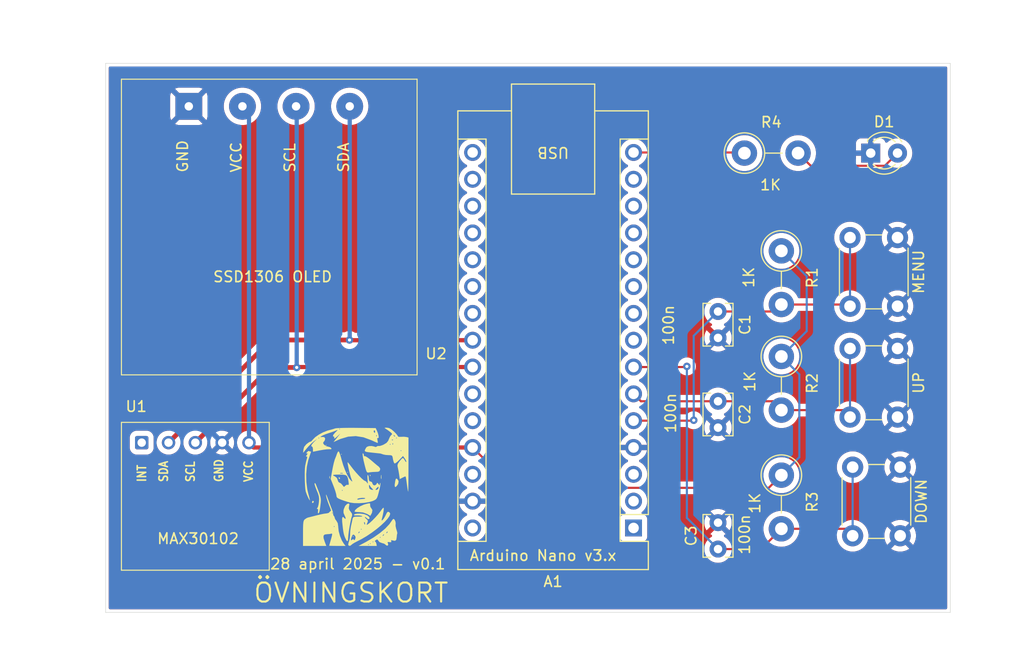
<source format=kicad_pcb>
(kicad_pcb (version 20241229) (generator "pcbnew") (generator_version "9.0")
  (title_block (title "Övningskort") (date "2025-04-28") (rev "v0.1") (comment 1 "https://www.youtube.com/playlist?list=PLUOaI24LpvQPls1Ru_qECJrENwzD7XImd") (comment 2 "Made by shapeDriver following HTM Workshop's KiCad tutorial:"))
  (layers (0 "F.Cu" signal) (2 "B.Cu" signal) (13 "F.Paste" user) (15 "B.Paste" user) (5 "F.SilkS" user "F.Silkscreen") (7 "B.SilkS" user "B.Silkscreen") (1 "F.Mask" user) (3 "B.Mask" user) (25 "Edge.Cuts" user))
  (net 0 "")
  (net 5 "Net-(A1-A4)")
  (net 8 "Net-(A1-A5)")
  (net 9 "Net-(A1-D4)")
  (net 12 "GND")
  (net 13 "+5V")
  (net 22 "Net-(A1-D3)")
  (net 26 "Net-(A1-D12)")
  (net 27 "Net-(A1-D2)")
  (net 30 "Net-(D1-A)")
  (footprint "LED_THT:LED_D3.0mm" (layer "F.Cu") (at 185.46 75.5)
    (property "Reference" "D1" (at 1.27 -2.96 0) (layer "F.SilkS"))
    (property "Value" "ALARM")
    (fp_line (start -0.29 -1.236) (end -0.29 -1.08) (stroke (width 0.12)) (layer "F.SilkS"))
    (fp_line (start -0.29 1.08) (end -0.29 1.236) (stroke (width 0.12)) (layer "F.SilkS"))
    (fp_arc (start -0.29 -1.235516) (mid 1.365624 -1.987701) (end 2.941397 -1.080061) (stroke (width 0.12)) (layer "F.SilkS"))
    (fp_arc (start 0.229039 -1.08) (mid 1.269964 -1.5) (end 2.31091 -1.080049) (stroke (width 0.12)) (layer "F.SilkS"))
    (fp_arc (start 2.31091 1.080049) (mid 1.269964 1.5) (end 0.229039 1.08) (stroke (width 0.12)) (layer "F.SilkS"))
    (fp_arc (start 2.941397 1.080061) (mid 1.365624 1.987701) (end -0.29 1.235516) (stroke (width 0.12)) (layer "F.SilkS"))
    (pad "1" thru_hole rect (at 0 0) (size 1.8 1.8) (drill 0.9) (layers "*.Cu" "*.Mask") (net 12 "GND"))
    (pad "2" thru_hole circle (at 2.54 0) (size 1.8 1.8) (drill 0.9) (layers "*.Cu" "*.Mask") (net 30 "Net-(D1-A)"))
  )
  (footprint "build_a_kicad_footprint:MAX30102_module" (layer "F.Cu") (at 121.5 108)
    (property "Reference" "U1" (at -5.6 -8.5 0) (layer "F.SilkS"))
    (property "Value" "MAX30102")
    (fp_line (start -7 -7) (end 7 -7) (stroke (width 0.1)) (layer "F.SilkS"))
    (fp_line (start -7 7) (end -7 -7) (stroke (width 0.1)) (layer "F.SilkS"))
    (fp_line (start 7 -7) (end 7 7) (stroke (width 0.1)) (layer "F.SilkS"))
    (fp_line (start 7 7) (end -7 7) (stroke (width 0.1)) (layer "F.SilkS"))
    (fp_text user "SDA" (at -2.54 -1.27 90) (layer "F.SilkS") (effects (font (size 0.8 0.7) (thickness 0.15) (bold yes)) (justify left bottom)))
    (fp_text user "INT" (at -4.6 -1.27 90) (layer "F.SilkS") (effects (font (size 0.8 0.7) (thickness 0.15) (bold yes)) (justify left bottom)))
    (fp_text user "VCC" (at 5.5 -1.27 90) (layer "F.SilkS") (effects (font (size 0.8 0.7) (thickness 0.15) (bold yes)) (justify left bottom)))
    (fp_text user "GND" (at 2.7 -1.27 90) (layer "F.SilkS") (effects (font (size 0.8 0.7) (thickness 0.15) (bold yes)) (justify left bottom)))
    (fp_text user "SCL" (at 0 -1.27 90) (layer "F.SilkS") (effects (font (size 0.8 0.7) (thickness 0.15) (bold yes)) (justify left bottom)))
    (pad "1" thru_hole roundrect (at -5.08 -5.08) (size 1.27 1.27) (drill 0.8) (layers "*.Cu" "*.Mask") (roundrect_rratio 0.15))
    (pad "2" thru_hole circle (at -2.54 -5.08) (size 1.27 1.27) (drill 0.8) (layers "*.Cu" "*.Mask") (net 5 "Net-(A1-A4)"))
    (pad "3" thru_hole circle (at 0 -5.08) (size 1.27 1.27) (drill 0.8) (layers "*.Cu" "*.Mask") (net 8 "Net-(A1-A5)"))
    (pad "4" thru_hole circle (at 2.54 -5.08) (size 1.27 1.27) (drill 0.8) (layers "*.Cu" "*.Mask") (net 12 "GND"))
    (pad "5" thru_hole circle (at 5.08 -5.08) (size 1.27 1.27) (drill 0.8) (layers "*.Cu" "*.Mask") (net 13 "+5V"))
  )
  (footprint "Button_Switch_THT:SW_PUSH_6mm" (layer "F.Cu") (at 188 94 -90)
    (property "Reference" "UP" (at 3.25 -2 90) (layer "F.SilkS"))
    (property "Value" "SW_Push")
    (fp_line (start 1 5.5) (end 5.5 5.5) (stroke (width 0.12)) (layer "F.SilkS"))
    (fp_line (start 6.75 3) (end 6.75 1.5) (stroke (width 0.12)) (layer "F.SilkS"))
    (fp_line (start -0.25 1.5) (end -0.25 3) (stroke (width 0.12)) (layer "F.SilkS"))
    (fp_line (start 5.5 -1) (end 1 -1) (stroke (width 0.12)) (layer "F.SilkS"))
    (pad "1" thru_hole circle (at 0 0) (size 2 2) (drill 1.1) (layers "*.Cu" "*.Mask") (net 12 "GND"))
    (pad "1" thru_hole circle (at 6.5 0) (size 2 2) (drill 1.1) (layers "*.Cu" "*.Mask") (net 12 "GND"))
    (pad "2" thru_hole circle (at 0 4.5) (size 2 2) (drill 1.1) (layers "*.Cu" "*.Mask") (net 22 "Net-(A1-D3)"))
    (pad "2" thru_hole circle (at 6.5 4.5) (size 2 2) (drill 1.1) (layers "*.Cu" "*.Mask") (net 22 "Net-(A1-D3)"))
  )
  (footprint "Resistor_THT:R_Axial_DIN0411_L9.9mm_D3.6mm_P5.08mm_Vertical" (layer "F.Cu") (at 177 106 -90)
    (property "Reference" "R3" (at 2.54 -2.92 90) (layer "F.SilkS"))
    (property "Value" "1K")
    (fp_line (start 1.92 0) (end 3.58 0) (stroke (width 0.12)) (layer "F.SilkS"))
    (fp_circle (center 0 0) (end 1.92 0) (stroke (width 0.12)) (fill no) (layer "F.SilkS"))
    (pad "1" thru_hole circle (at 0 0 270) (size 2.4 2.4) (drill 1.2) (layers "*.Cu" "*.Mask") (net 13 "+5V"))
    (pad "2" thru_hole oval (at 5.08 0 270) (size 2.4 2.4) (drill 1.2) (layers "*.Cu" "*.Mask") (net 9 "Net-(A1-D4)"))
  )
  (footprint "Resistor_THT:R_Axial_DIN0411_L9.9mm_D3.6mm_P5.08mm_Vertical" (layer "F.Cu") (at 177 94.76 -90)
    (property "Reference" "R2" (at 2.54 -2.92 90) (layer "F.SilkS"))
    (property "Value" "1K")
    (fp_line (start 1.92 0) (end 3.58 0) (stroke (width 0.12)) (layer "F.SilkS"))
    (fp_circle (center 0 0) (end 1.92 0) (stroke (width 0.12)) (fill no) (layer "F.SilkS"))
    (pad "1" thru_hole circle (at 0 0 270) (size 2.4 2.4) (drill 1.2) (layers "*.Cu" "*.Mask") (net 13 "+5V"))
    (pad "2" thru_hole oval (at 5.08 0 270) (size 2.4 2.4) (drill 1.2) (layers "*.Cu" "*.Mask") (net 22 "Net-(A1-D3)"))
  )
  (footprint "Button_Switch_THT:SW_PUSH_6mm" (layer "F.Cu") (at 188.25 105.24 -90)
    (property "Reference" "DOWN" (at 3.25 -2 90) (layer "F.SilkS"))
    (property "Value" "SW_Push")
    (fp_line (start 1 5.5) (end 5.5 5.5) (stroke (width 0.12)) (layer "F.SilkS"))
    (fp_line (start 6.75 3) (end 6.75 1.5) (stroke (width 0.12)) (layer "F.SilkS"))
    (fp_line (start -0.25 1.5) (end -0.25 3) (stroke (width 0.12)) (layer "F.SilkS"))
    (fp_line (start 5.5 -1) (end 1 -1) (stroke (width 0.12)) (layer "F.SilkS"))
    (pad "1" thru_hole circle (at 0 0) (size 2 2) (drill 1.1) (layers "*.Cu" "*.Mask") (net 12 "GND"))
    (pad "1" thru_hole circle (at 6.5 0) (size 2 2) (drill 1.1) (layers "*.Cu" "*.Mask") (net 12 "GND"))
    (pad "2" thru_hole circle (at 0 4.5) (size 2 2) (drill 1.1) (layers "*.Cu" "*.Mask") (net 9 "Net-(A1-D4)"))
    (pad "2" thru_hole circle (at 6.5 4.5) (size 2 2) (drill 1.1) (layers "*.Cu" "*.Mask") (net 9 "Net-(A1-D4)"))
  )
  (footprint "Capacitor_THT:C_Disc_D3.8mm_W2.6mm_P2.50mm" (layer "F.Cu") (at 171 99 -90)
    (property "Reference" "C2" (at 1.25 -2.55 90) (layer "F.SilkS"))
    (property "Value" "100n")
    (fp_line (start -0.77 1.42) (end 3.27 1.42) (stroke (width 0.12)) (layer "F.SilkS"))
    (fp_line (start -0.77 0.699) (end -0.77 1.42) (stroke (width 0.12)) (layer "F.SilkS"))
    (fp_line (start 3.27 0.699) (end 3.27 1.42) (stroke (width 0.12)) (layer "F.SilkS"))
    (fp_line (start -0.77 -1.42) (end -0.77 -0.699) (stroke (width 0.12)) (layer "F.SilkS"))
    (fp_line (start -0.77 -1.42) (end 3.27 -1.42) (stroke (width 0.12)) (layer "F.SilkS"))
    (fp_line (start 3.27 -1.42) (end 3.27 -0.699) (stroke (width 0.12)) (layer "F.SilkS"))
    (pad "1" thru_hole circle (at 0 0 270) (size 1.6 1.6) (drill 0.8) (layers "*.Cu" "*.Mask") (net 22 "Net-(A1-D3)"))
    (pad "2" thru_hole circle (at 2.5 0 270) (size 1.6 1.6) (drill 0.8) (layers "*.Cu" "*.Mask") (net 12 "GND"))
  )
  (footprint "Button_Switch_THT:SW_PUSH_6mm" (layer "F.Cu") (at 188 83.5 -90)
    (property "Reference" "MENU" (at 3.25 -2 90) (layer "F.SilkS"))
    (property "Value" "SW_Push")
    (fp_line (start 1 5.5) (end 5.5 5.5) (stroke (width 0.12)) (layer "F.SilkS"))
    (fp_line (start 6.75 3) (end 6.75 1.5) (stroke (width 0.12)) (layer "F.SilkS"))
    (fp_line (start -0.25 1.5) (end -0.25 3) (stroke (width 0.12)) (layer "F.SilkS"))
    (fp_line (start 5.5 -1) (end 1 -1) (stroke (width 0.12)) (layer "F.SilkS"))
    (pad "1" thru_hole circle (at 0 0) (size 2 2) (drill 1.1) (layers "*.Cu" "*.Mask") (net 12 "GND"))
    (pad "1" thru_hole circle (at 6.5 0) (size 2 2) (drill 1.1) (layers "*.Cu" "*.Mask") (net 12 "GND"))
    (pad "2" thru_hole circle (at 0 4.5) (size 2 2) (drill 1.1) (layers "*.Cu" "*.Mask") (net 27 "Net-(A1-D2)"))
    (pad "2" thru_hole circle (at 6.5 4.5) (size 2 2) (drill 1.1) (layers "*.Cu" "*.Mask") (net 27 "Net-(A1-D2)"))
  )
  (footprint "Resistor_THT:R_Axial_DIN0411_L9.9mm_D3.6mm_P5.08mm_Vertical" (layer "F.Cu") (at 177 84.76 -90)
    (property "Reference" "R1" (at 2.54 -2.92 90) (layer "F.SilkS"))
    (property "Value" "1K")
    (fp_line (start 1.92 0) (end 3.58 0) (stroke (width 0.12)) (layer "F.SilkS"))
    (fp_circle (center 0 0) (end 1.92 0) (stroke (width 0.12)) (fill no) (layer "F.SilkS"))
    (pad "1" thru_hole circle (at 0 0 270) (size 2.4 2.4) (drill 1.2) (layers "*.Cu" "*.Mask") (net 13 "+5V"))
    (pad "2" thru_hole oval (at 5.08 0 270) (size 2.4 2.4) (drill 1.2) (layers "*.Cu" "*.Mask") (net 27 "Net-(A1-D2)"))
  )
  (footprint "Module:Arduino_Nano" (layer "F.Cu") (at 163 111 180)
    (property "Reference" "A1" (at 7.62 -5.08 0) (layer "F.SilkS"))
    (property "Value" "Arduino_Nano_v3.x")
    (fp_line (start 16.64 39.5) (end 16.64 -3.94) (stroke (width 0.12)) (layer "F.SilkS"))
    (fp_line (start 16.64 39.5) (end 11.56 39.5) (stroke (width 0.12)) (layer "F.SilkS"))
    (fp_line (start 16.64 -3.94) (end -1.4 -3.94) (stroke (width 0.12)) (layer "F.SilkS"))
    (fp_line (start 13.97 36.83) (end 16.64 36.83) (stroke (width 0.12)) (layer "F.SilkS"))
    (fp_line (start 13.97 -1.27) (end 16.64 -1.27) (stroke (width 0.12)) (layer "F.SilkS"))
    (fp_line (start 13.97 -1.27) (end 13.97 36.83) (stroke (width 0.12)) (layer "F.SilkS"))
    (fp_line (start 11.56 42.04) (end 3.68 42.04) (stroke (width 0.12)) (layer "F.SilkS"))
    (fp_line (start 11.56 31.62) (end 11.56 42.04) (stroke (width 0.12)) (layer "F.SilkS"))
    (fp_line (start 3.68 42.04) (end 3.68 31.62) (stroke (width 0.12)) (layer "F.SilkS"))
    (fp_line (start 3.68 31.62) (end 11.56 31.62) (stroke (width 0.12)) (layer "F.SilkS"))
    (fp_line (start 1.27 36.83) (end -1.4 36.83) (stroke (width 0.12)) (layer "F.SilkS"))
    (fp_line (start 1.27 1.27) (end 1.27 36.83) (stroke (width 0.12)) (layer "F.SilkS"))
    (fp_line (start 1.27 1.27) (end 1.27 -1.27) (stroke (width 0.12)) (layer "F.SilkS"))
    (fp_line (start 1.27 1.27) (end -1.4 1.27) (stroke (width 0.12)) (layer "F.SilkS"))
    (fp_line (start 1.27 -1.27) (end -1.4 -1.27) (stroke (width 0.12)) (layer "F.SilkS"))
    (fp_line (start -1.4 39.5) (end 3.68 39.5) (stroke (width 0.12)) (layer "F.SilkS"))
    (fp_line (start -1.4 1.27) (end -1.4 39.5) (stroke (width 0.12)) (layer "F.SilkS"))
    (fp_line (start -1.4 -3.94) (end -1.4 -1.27) (stroke (width 0.12)) (layer "F.SilkS"))
    (fp_text user "USB" (at 7.62 35.56 180) (layer "F.SilkS"))
    (pad "1" thru_hole rect (at 0 0 180) (size 1.6 1.6) (drill 1) (layers "*.Cu" "*.Mask"))
    (pad "2" thru_hole oval (at 0 2.54 180) (size 1.6 1.6) (drill 1) (layers "*.Cu" "*.Mask"))
    (pad "3" thru_hole oval (at 0 5.08 180) (size 1.6 1.6) (drill 1) (layers "*.Cu" "*.Mask"))
    (pad "4" thru_hole oval (at 0 7.62 180) (size 1.6 1.6) (drill 1) (layers "*.Cu" "*.Mask") (net 12 "GND"))
    (pad "5" thru_hole oval (at 0 10.16 180) (size 1.6 1.6) (drill 1) (layers "*.Cu" "*.Mask") (net 27 "Net-(A1-D2)"))
    (pad "6" thru_hole oval (at 0 12.7 180) (size 1.6 1.6) (drill 1) (layers "*.Cu" "*.Mask") (net 22 "Net-(A1-D3)"))
    (pad "7" thru_hole oval (at 0 15.24 180) (size 1.6 1.6) (drill 1) (layers "*.Cu" "*.Mask") (net 9 "Net-(A1-D4)"))
    (pad "8" thru_hole oval (at 0 17.78 180) (size 1.6 1.6) (drill 1) (layers "*.Cu" "*.Mask"))
    (pad "9" thru_hole oval (at 0 20.32 180) (size 1.6 1.6) (drill 1) (layers "*.Cu" "*.Mask"))
    (pad "10" thru_hole oval (at 0 22.86 180) (size 1.6 1.6) (drill 1) (layers "*.Cu" "*.Mask"))
    (pad "11" thru_hole oval (at 0 25.4 180) (size 1.6 1.6) (drill 1) (layers "*.Cu" "*.Mask"))
    (pad "12" thru_hole oval (at 0 27.94 180) (size 1.6 1.6) (drill 1) (layers "*.Cu" "*.Mask"))
    (pad "13" thru_hole oval (at 0 30.48 180) (size 1.6 1.6) (drill 1) (layers "*.Cu" "*.Mask"))
    (pad "14" thru_hole oval (at 0 33.02 180) (size 1.6 1.6) (drill 1) (layers "*.Cu" "*.Mask"))
    (pad "15" thru_hole oval (at 0 35.56 180) (size 1.6 1.6) (drill 1) (layers "*.Cu" "*.Mask") (net 26 "Net-(A1-D12)"))
    (pad "16" thru_hole oval (at 15.24 35.56 180) (size 1.6 1.6) (drill 1) (layers "*.Cu" "*.Mask"))
    (pad "17" thru_hole oval (at 15.24 33.02 180) (size 1.6 1.6) (drill 1) (layers "*.Cu" "*.Mask"))
    (pad "18" thru_hole oval (at 15.24 30.48 180) (size 1.6 1.6) (drill 1) (layers "*.Cu" "*.Mask"))
    (pad "19" thru_hole oval (at 15.24 27.94 180) (size 1.6 1.6) (drill 1) (layers "*.Cu" "*.Mask"))
    (pad "20" thru_hole oval (at 15.24 25.4 180) (size 1.6 1.6) (drill 1) (layers "*.Cu" "*.Mask"))
    (pad "21" thru_hole oval (at 15.24 22.86 180) (size 1.6 1.6) (drill 1) (layers "*.Cu" "*.Mask"))
    (pad "22" thru_hole oval (at 15.24 20.32 180) (size 1.6 1.6) (drill 1) (layers "*.Cu" "*.Mask"))
    (pad "23" thru_hole oval (at 15.24 17.78 180) (size 1.6 1.6) (drill 1) (layers "*.Cu" "*.Mask") (net 5 "Net-(A1-A4)"))
    (pad "24" thru_hole oval (at 15.24 15.24 180) (size 1.6 1.6) (drill 1) (layers "*.Cu" "*.Mask") (net 8 "Net-(A1-A5)"))
    (pad "25" thru_hole oval (at 15.24 12.7 180) (size 1.6 1.6) (drill 1) (layers "*.Cu" "*.Mask"))
    (pad "26" thru_hole oval (at 15.24 10.16 180) (size 1.6 1.6) (drill 1) (layers "*.Cu" "*.Mask"))
    (pad "27" thru_hole oval (at 15.24 7.62 180) (size 1.6 1.6) (drill 1) (layers "*.Cu" "*.Mask") (net 13 "+5V"))
    (pad "28" thru_hole oval (at 15.24 5.08 180) (size 1.6 1.6) (drill 1) (layers "*.Cu" "*.Mask"))
    (pad "29" thru_hole oval (at 15.24 2.54 180) (size 1.6 1.6) (drill 1) (layers "*.Cu" "*.Mask") (net 12 "GND"))
    (pad "30" thru_hole oval (at 15.24 0 180) (size 1.6 1.6) (drill 1) (layers "*.Cu" "*.Mask"))
  )
  (footprint "Capacitor_THT:C_Disc_D3.8mm_W2.6mm_P2.50mm" (layer "F.Cu") (at 171 90.5 -90)
    (property "Reference" "C1" (at 1.25 -2.55 90) (layer "F.SilkS"))
    (property "Value" "100n")
    (fp_line (start -0.77 1.42) (end 3.27 1.42) (stroke (width 0.12)) (layer "F.SilkS"))
    (fp_line (start -0.77 0.699) (end -0.77 1.42) (stroke (width 0.12)) (layer "F.SilkS"))
    (fp_line (start 3.27 0.699) (end 3.27 1.42) (stroke (width 0.12)) (layer "F.SilkS"))
    (fp_line (start -0.77 -1.42) (end -0.77 -0.699) (stroke (width 0.12)) (layer "F.SilkS"))
    (fp_line (start -0.77 -1.42) (end 3.27 -1.42) (stroke (width 0.12)) (layer "F.SilkS"))
    (fp_line (start 3.27 -1.42) (end 3.27 -0.699) (stroke (width 0.12)) (layer "F.SilkS"))
    (pad "1" thru_hole circle (at 0 0 270) (size 1.6 1.6) (drill 0.8) (layers "*.Cu" "*.Mask") (net 27 "Net-(A1-D2)"))
    (pad "2" thru_hole circle (at 2.5 0 270) (size 1.6 1.6) (drill 0.8) (layers "*.Cu" "*.Mask") (net 12 "GND"))
  )
  (footprint "LOGO" (layer "F.Cu") (at 136.7 107.1)
    (property "Reference" "G***" (hide yes))
    (property "Value" "LOGO" (hide yes))
    (fp_poly (pts (xy -2.779461 -3.934008) (xy -2.822222 -3.891247) (xy -2.864983 -3.934008) (xy -2.822222 -3.976769)) (fill yes) (layer "F.SilkS"))
    (fp_poly (pts (xy -1.325589 -3.078789) (xy -1.36835 -3.036028) (xy -1.411111 -3.078789) (xy -1.36835 -3.12155)) (fill yes) (layer "F.SilkS"))
    (fp_poly (pts (xy -0.726936 -1.368351) (xy -0.769697 -1.32559) (xy -0.812458 -1.368351) (xy -0.769697 -1.411112)) (fill yes) (layer "F.SilkS"))
    (fp_poly (pts (xy -0.213805 4.703703) (xy -0.256566 4.746464) (xy -0.299327 4.703703) (xy -0.256566 4.660942)) (fill yes) (layer "F.SilkS"))
    (fp_poly (pts (xy -2.466256 -1.004883) (xy -2.454961 -0.82979) (xy -2.466256 -0.791078) (xy -2.497471 -0.780335) (xy -2.509392 -0.897981) (xy -2.495953 -1.01939)) (fill yes) (layer "F.SilkS"))
    (fp_poly (pts (xy 1.382604 -1.126039) (xy 1.392839 -1.024545) (xy 1.382604 -1.01201) (xy 1.331761 -1.02375) (xy 1.325589 -1.069025) (xy 1.35688 -1.139419)) (fill yes) (layer "F.SilkS"))
    (fp_poly (pts (xy -3.979216 1.38697) (xy -3.976768 1.406063) (xy -4.038934 1.521888) (xy -4.06229 1.539393) (xy -4.135505 1.520005) (xy -4.147812 1.458918) (xy -4.103161 1.341906) (xy -4.06229 1.325588)) (fill yes) (layer "F.SilkS"))
    (fp_poly (pts (xy -1.500114 -0.835899) (xy -1.496633 -0.812459) (xy -1.525812 -0.729161) (xy -1.534347 -0.726937) (xy -1.607363 -0.786865) (xy -1.624916 -0.812459) (xy -1.618135 -0.891266) (xy -1.587202 -0.897981)) (fill yes) (layer "F.SilkS"))
    (fp_poly (pts (xy 2.412338 -1.089408) (xy 2.426107 -0.866569) (xy 2.410612 -0.74732) (xy 2.387495 -0.727329) (xy 2.374524 -0.850143) (xy 2.373419 -0.940742) (xy 2.381839 -1.106362) (xy 2.401155 -1.131489)) (fill yes) (layer "F.SilkS"))
    (fp_poly (pts (xy 3.925533 -0.733864) (xy 3.935019 -0.726097) (xy 4.051829 -0.533146) (xy 4.010467 -0.287752) (xy 3.929157 -0.147313) (xy 3.786519 0.013371) (xy 3.700763 0.013865) (xy 3.677162 -0.142949) (xy 3.690109 -0.277947) (xy 3.737503 -0.580226) (xy 3.78277 -0.739097) (xy 3.840563 -0.781373)) (fill yes) (layer "F.SilkS"))
    (fp_poly (pts (xy 1.334794 1.571161) (xy 1.357948 1.635342) (xy 1.346634 1.709846) (xy 1.375487 1.905877) (xy 1.446995 2.004056) (xy 1.568241 2.201304) (xy 1.529633 2.458407) (xy 1.472222 2.57297) (xy 1.36835 2.751329) (xy 1.074504 2.577192) (xy 0.67665 2.432603) (xy 0.326271 2.398834) (xy 0.073605 2.388362) (xy -0.091408 2.365938) (xy -0.128199 2.346816) (xy -0.053249 2.191662) (xy 0.145254 2.013368) (xy 0.427079 1.838096) (xy 0.751995 1.69201) (xy 0.990043 1.619586) (xy 1.225416 1.569265)) (fill yes) (layer "F.SilkS"))
    (fp_poly (pts (xy -3.79467 -0.251368) (xy -3.599558 0.240186) (xy -3.461786 0.606151) (xy -3.373086 0.878897) (xy -3.325191 1.090794) (xy -3.309832 1.274215) (xy -3.318743 1.461529) (xy -3.329897 1.568364) (xy -3.385885 2.010308) (xy -3.437942 2.302552) (xy -3.491102 2.466204) (xy -3.5504 2.522372) (xy -3.557583 2.522895) (xy -3.599344 2.452936) (xy -3.584277 2.30909) (xy -3.573111 2.139734) (xy -3.64679 2.093976) (xy -3.71583 2.074891) (xy -3.656484 2.025049) (xy -3.591359 1.908964) (xy -3.531931 1.677629) (xy -3.498918 1.449085) (xy -3.480933 1.153436) (xy -3.504886 0.907549) (xy -3.583917 0.640928) (xy -3.705007 0.3435) (xy -3.822005 0.047301) (xy -3.896579 -0.190649) (xy -3.91516 -0.325765) (xy -3.911666 -0.335477) (xy -3.846961 -0.336584)) (fill yes) (layer "F.SilkS"))
    (fp_poly (pts (xy 0.710196 -3.14416) (xy 0.722602 -3.125633) (xy 0.76981 -2.984033) (xy 0.759612 -2.934188) (xy 0.781606 -2.897421) (xy 0.829396 -2.909514) (xy 0.941118 -2.876398) (xy 1.140707 -2.750941) (xy 1.391001 -2.557523) (xy 1.474704 -2.486158) (xy 1.746041 -2.25282) (xy 1.986557 -2.052032) (xy 2.152768 -1.919949) (xy 2.176438 -1.902721) (xy 2.301052 -1.736795) (xy 2.295295 -1.598161) (xy 2.233602 -1.476909) (xy 2.099046 -1.422415) (xy 1.882197 -1.411112) (xy 1.584603 -1.399119) (xy 1.314384 -1.369512) (xy 1.272011 -1.361912) (xy 1.154751 -1.344129) (xy 1.072931 -1.366979) (xy 1.008061 -1.460075) (xy 0.941652 -1.653029) (xy 0.855216 -1.975452) (xy 0.831478 -2.067467) (xy 0.730592 -2.490902) (xy 0.666026 -2.829665) (xy 0.639776 -3.064381) (xy 0.653835 -3.175671)) (fill yes) (layer "F.SilkS"))
    (fp_poly (pts (xy -0.610015 1.631956) (xy -0.630811 1.800122) (xy -0.641528 1.839117) (xy -0.670503 2.044049) (xy -0.600699 2.221277) (xy -0.506368 2.344293) (xy -0.371083 2.538438) (xy -0.3484 2.699225) (xy -0.380398 2.810514) (xy -0.445715 3.038302) (xy -0.52018 3.382186) (xy -0.594643 3.788202) (xy -0.659959 4.202383) (xy -0.706979 4.570764) (xy -0.726556 4.839378) (xy -0.726663 4.853366) (xy -0.748181 5.088464) (xy -0.808643 5.159092) (xy -0.902727 5.065998) (xy -1.024442 4.811597) (xy -1.090924 4.633527) (xy -1.141833 4.456495) (xy -1.184124 4.242039) (xy -1.224751 3.951701) (xy -1.270671 3.547021) (xy -1.295269 3.313972) (xy -1.304018 3.03432) (xy -1.266026 2.877343) (xy -1.189854 2.860001) (xy -1.111785 2.950504) (xy -1.002319 3.032766) (xy -0.978289 3.036026) (xy -0.963531 2.970589) (xy -1.023122 2.806529) (xy -1.060642 2.731913) (xy -1.165516 2.481301) (xy -1.17069 2.252946) (xy -1.139541 2.11188) (xy -1.009822 1.809482) (xy -0.8256 1.624858) (xy -0.673799 1.582154)) (fill yes) (layer "F.SilkS"))
    (fp_poly (pts (xy -4.422158 -3.388026) (xy -4.420641 -3.384144) (xy -4.337115 -3.333637) (xy -4.297017 -3.348851) (xy -4.240632 -3.344117) (xy -4.259944 -3.261081) (xy -4.311938 -3.111289) (xy -4.397207 -2.851388) (xy -4.498315 -2.534623) (xy -4.50961 -2.498735) (xy -4.641655 -1.894556) (xy -4.700304 -1.196132) (xy -4.685611 -0.463687) (xy -4.597631 0.242555) (xy -4.5068 0.639067) (xy -4.425051 0.943045) (xy -4.3687 1.174368) (xy -4.347608 1.291891) (xy -4.348767 1.298485) (xy -4.396004 1.244889) (xy -4.486689 1.086619) (xy -4.508572 1.044266) (xy -4.633951 0.761842) (xy -4.741965 0.463449) (xy -4.743345 0.458969) (xy -4.780567 0.247676) (xy -4.809597 -0.087698) (xy -4.829475 -0.500341) (xy -4.839244 -0.943442) (xy -4.837945 -1.370192) (xy -4.824619 -1.733779) (xy -4.798308 -1.987392) (xy -4.7939 -2.009765) (xy -4.742539 -2.249717) (xy -4.711775 -2.394614) (xy -4.650471 -2.618753) (xy -4.616395 -2.715321) (xy -4.609641 -2.84189) (xy -4.668897 -2.864984) (xy -4.735997 -2.889763) (xy -4.678047 -2.96761) (xy -4.588278 -3.095279) (xy -4.591892 -3.172571) (xy -4.682323 -3.154657) (xy -4.709829 -3.163451) (xy -4.634416 -3.268241) (xy -4.620369 -3.284455) (xy -4.49497 -3.391573)) (fill yes) (layer "F.SilkS"))
    (fp_poly (pts (xy -2.793329 0.766486) (xy -2.713906 0.95271) (xy -2.622745 1.197305) (xy -2.489992 1.557155) (xy -2.361771 1.893376) (xy -2.26184 2.143901) (xy -2.246246 2.180807) (xy -2.171017 2.400429) (xy -2.149648 2.560472) (xy -2.153671 2.579199) (xy -2.128424 2.708848) (xy -2.099801 2.733909) (xy -2.017517 2.860239) (xy -2.009765 2.916366) (xy -1.95506 3.067836) (xy -1.838721 3.226772) (xy -1.712615 3.446337) (xy -1.668188 3.76903) (xy -1.667677 3.818641) (xy -1.62096 4.218948) (xy -1.497728 4.667708) (xy -1.323359 5.089093) (xy -1.144849 5.38078) (xy -0.971087 5.601683) (xy -1.746992 5.601683) (xy -2.087462 5.599473) (xy -2.351911 5.593551) (xy -2.502328 5.584977) (xy -2.522896 5.58003) (xy -2.501191 5.493498) (xy -2.44404 5.285924) (xy -2.363383 5.000611) (xy -2.355693 4.973701) (xy -2.273192 4.670365) (xy -2.24156 4.500129) (xy -2.258817 4.433416) (xy -2.319927 4.439461) (xy -2.495573 4.475038) (xy -2.733788 4.489898) (xy -2.734545 4.489898) (xy -2.956038 4.523762) (xy -3.061542 4.638859) (xy -3.057622 4.855451) (xy -2.957211 5.177131) (xy -2.795894 5.601683) (xy -3.899462 5.601683) (xy -5.00303 5.601683) (xy -5.00303 4.417631) (xy -5.000663 3.937057) (xy -4.995801 3.762962) (xy -2.095286 3.762962) (xy -2.052525 3.805723) (xy -2.009765 3.762962) (xy -2.052525 3.720201) (xy -2.095286 3.762962) (xy -4.995801 3.762962) (xy -4.991189 3.597847) (xy -4.971053 3.370356) (xy -4.936699 3.224943) (xy -4.884571 3.131962) (xy -4.8437 3.089387) (xy -4.653605 2.961273) (xy -4.522993 2.910635) (xy -4.36663 2.873382) (xy -4.096901 2.805632) (xy -3.765832 2.720496) (xy -3.685141 2.699485) (xy -3.335144 2.615509) (xy -3.021455 2.553183) (xy -2.802363 2.523818) (xy -2.774931 2.522895) (xy -2.590293 2.480134) (xy -2.26633 2.480134) (xy -2.223569 2.522895) (xy -2.180808 2.480134) (xy -2.223569 2.437373) (xy -2.26633 2.480134) (xy -2.590293 2.480134) (xy -2.579503 2.477635) (xy -2.489889 2.389191) (xy -2.408908 2.29823) (xy -2.360806 2.303556) (xy -2.353168 2.255922) (xy -2.40377 2.086149) (xy -2.501968 1.82866) (xy -2.524374 1.774465) (xy -2.655169 1.431) (xy -2.76155 1.09639) (xy -2.818111 0.855218) (xy -2.827172 0.73555)) (fill yes) (layer "F.SilkS"))
    (fp_poly (pts (xy 3.663759 3.10874) (xy 3.7447 3.276512) (xy 3.777034 3.463789) (xy 3.766463 3.538128) (xy 3.763256 3.711875) (xy 3.814578 3.958858) (xy 3.840726 4.040297) (xy 3.90709 4.261887) (xy 3.928647 4.407222) (xy 3.922015 4.430622) (xy 3.891698 4.536484) (xy 3.87395 4.738141) (xy 3.873335 4.759061) (xy 3.83286 5.012854) (xy 3.7177 5.119211) (xy 3.513055 5.090909) (xy 3.496249 5.084693) (xy 3.358536 5.04839) (xy 3.339693 5.106869) (xy 3.35345 5.147632) (xy 3.360227 5.241831) (xy 3.250026 5.25337) (xy 3.182031 5.242051) (xy 3.028703 5.226425) (xy 3.007899 5.283832) (xy 3.039976 5.352497) (xy 3.066871 5.507888) (xy 2.989654 5.582315) (xy 2.865647 5.537817) (xy 2.826577 5.493818) (xy 2.673756 5.386161) (xy 2.478064 5.331089) (xy 2.243307 5.24134) (xy 2.136768 5.11921) (xy 2.050913 4.993807) (xy 1.946208 5.012097) (xy 1.883255 5.055068) (xy 1.792654 5.143954) (xy 1.812405 5.174073) (xy 1.895454 5.247219) (xy 1.945174 5.387878) (xy 1.986045 5.601683) (xy 1.121305 5.600254) (xy 0.256565 5.598825) (xy 0.49046 5.4734) (xy 1.154545 5.4734) (xy 1.197306 5.516161) (xy 1.240067 5.4734) (xy 1.197306 5.430639) (xy 1.154545 5.4734) (xy 0.49046 5.4734) (xy 0.649944 5.387878) (xy 1.325589 5.387878) (xy 1.36835 5.430639) (xy 1.411111 5.387878) (xy 1.36835 5.345117) (xy 1.325589 5.387878) (xy 0.649944 5.387878) (xy 0.968911 5.216834) (xy 1.582155 5.216834) (xy 1.624916 5.259595) (xy 1.667677 5.216834) (xy 1.624916 5.174073) (xy 1.582155 5.216834) (xy 0.968911 5.216834) (xy 0.983501 5.20901) (xy 1.664564 4.809583) (xy 1.693762 4.789225) (xy 2.26633 4.789225) (xy 2.309091 4.831986) (xy 2.351852 4.789225) (xy 2.309091 4.746464) (xy 2.26633 4.789225) (xy 1.693762 4.789225) (xy 1.885738 4.655374) (xy 2.543864 4.655374) (xy 2.555562 4.660942) (xy 2.633608 4.600736) (xy 2.651178 4.57542) (xy 2.672971 4.495466) (xy 2.661273 4.489898) (xy 2.583227 4.550104) (xy 2.565656 4.57542) (xy 2.543864 4.655374) (xy 1.885738 4.655374) (xy 2.253718 4.398808) (xy 2.885951 4.398808) (xy 2.897649 4.404376) (xy 2.975695 4.34417) (xy 2.993266 4.318854) (xy 3.015059 4.238901) (xy 3.00336 4.233332) (xy 2.925314 4.293538) (xy 2.907744 4.318854) (xy 2.885951 4.398808) (xy 2.253718 4.398808) (xy 2.273547 4.384983) (xy 2.785255 3.955612) (xy 3.174497 3.541874) (xy 3.348155 3.29395) (xy 3.466333 3.121771) (xy 3.556383 3.037671) (xy 3.564588 3.036026)) (fill yes) (layer "F.SilkS"))
    (fp_poly (pts (xy 2.646549 2.115568) (xy 2.614747 2.371358) (xy 2.546399 2.71301) (xy 2.477202 2.993265) (xy 2.441023 3.160525) (xy 2.469413 3.191951) (xy 2.53826 3.14342) (xy 2.653423 3.000868) (xy 2.783998 2.77409) (xy 2.822 2.69443) (xy 2.932829 2.467197) (xy 3.017735 2.371943) (xy 3.114154 2.381773) (xy 3.193755 2.427333) (xy 3.257808 2.554423) (xy 3.192793 2.755402) (xy 3.015643 3.015051) (xy 2.743287 3.318148) (xy 2.392657 3.649473) (xy 1.980683 3.993807) (xy 1.524297 4.335929) (xy 1.04043 4.660619) (xy 0.546012 4.952657) (xy 0.171044 5.144623) (xy -0.10258 5.285007) (xy -0.313351 5.412794) (xy -0.410479 5.49478) (xy -0.532357 5.588686) (xy -0.662929 5.584025) (xy -0.726832 5.484562) (xy -0.726936 5.478967) (xy -0.69716 5.313161) (xy -0.633052 5.115499) (xy -0.615338 5.042571) (xy -0.468767 5.042571) (xy -0.43878 5.073506) (xy -0.36459 5.02084) (xy -0.250994 4.953245) (xy -0.195631 5.014925) (xy -0.19369 5.020613) (xy -0.138044 5.058107) (xy -0.064874 4.958825) (xy -0.021123 4.771956) (xy -0.093625 4.621562) (xy -0.218846 4.519408) (xy -0.326753 4.583232) (xy -0.42027 4.815198) (xy -0.435744 4.874746) (xy -0.468767 5.042571) (xy -0.615338 5.042571) (xy -0.574287 4.873562) (xy -0.545344 4.572762) (xy -0.544695 4.497012) (xy -0.539521 4.398808) (xy 0.234773 4.398808) (xy 0.246471 4.404376) (xy 0.324517 4.34417) (xy 0.342087 4.318854) (xy 0.36388 4.238901) (xy 0.352182 4.233332) (xy 0.274136 4.293538) (xy 0.256565 4.318854) (xy 0.234773 4.398808) (xy -0.539521 4.398808) (xy -0.527036 4.161838) (xy -0.506855 4.019528) (xy 0.47037 4.019528) (xy 0.513131 4.062289) (xy 0.555892 4.019528) (xy 0.513131 3.976767) (xy 0.47037 4.019528) (xy -0.506855 4.019528) (xy -0.476321 3.804205) (xy -0.46017 3.727315) (xy -0.395827 3.43969) (xy -0.373822 3.336117) (xy 0.770828 3.336117) (xy 0.787133 3.461445) (xy 0.789471 3.470491) (xy 0.840189 3.585127) (xy 0.879829 3.560849) (xy 0.860943 3.405934) (xy 0.826864 3.358311) (xy 0.770828 3.336117) (xy -0.373822 3.336117) (xy -0.342291 3.187709) (xy -0.329522 3.123474) (xy -0.289249 2.959695) (xy -0.219107 2.869859) (xy -0.075609 2.832502) (xy 0.184729 2.82616) (xy 0.271367 2.826888) (xy 0.523034 2.823863) (xy 0.618438 2.805665) (xy 0.571974 2.768558) (xy 0.542024 2.756691) (xy 0.311509 2.712532) (xy 0.062682 2.713641) (xy -0.129073 2.713095) (xy -0.188456 2.659853) (xy -0.187273 2.655555) (xy -0.083503 2.583704) (xy 0.13493 2.543949) (xy 0.414165 2.539143) (xy 0.700341 2.572137) (xy 0.823693 2.60204) (xy 1.095351 2.716066) (xy 1.262774 2.853147) (xy 1.300694 2.988137) (xy 1.267027 3.043275) (xy 1.150713 3.065217) (xy 1.072031 2.99689) (xy 0.937333 2.887729) (xy 0.866127 2.866884) (xy 0.856641 2.91111) (xy 0.962185 3.01645) (xy 0.979463 3.029996) (xy 1.119663 3.162258) (xy 1.134934 3.290976) (xy 1.086227 3.417269) (xy 1.025735 3.569316) (xy 1.050852 3.600079) (xy 1.114604 3.56981) (xy 1.305678 3.428114) (xy 1.561379 3.193587) (xy 1.841107 2.908245) (xy 2.104267 2.614107) (xy 2.31026 2.353189) (xy 2.357674 2.28326) (xy 2.497062 2.088828) (xy 2.601454 1.986199) (xy 2.635672 1.984674)) (fill yes) (layer "F.SilkS"))
    (fp_poly (pts (xy -0.144909 -5.580982) (xy 0.041572 -5.579297) (xy 1.879104 -5.558924) (xy 1.987522 -5.332792) (xy 2.088377 -5.081603) (xy 2.150057 -4.849105) (xy 2.166087 -4.676777) (xy 2.129991 -4.606095) (xy 2.099491 -4.615584) (xy 2.032493 -4.624009) (xy 2.032216 -4.506347) (xy 2.050175 -4.415077) (xy 2.079441 -4.23241) (xy 2.071487 -4.14842) (xy 2.068922 -4.147812) (xy 1.977456 -4.181467) (xy 1.773712 -4.270148) (xy 1.49988 -4.395429) (xy 1.470127 -4.409326) (xy 0.717499 -4.687273) (xy -0.010079 -4.799727) (xy -0.729957 -4.746898) (xy -1.459484 -4.529) (xy -1.648448 -4.447367) (xy -2.115852 -4.233382) (xy -1.791272 -4.639587) (xy -1.637533 -4.831988) (xy 1.924242 -4.831988) (xy 1.955533 -4.761593) (xy 1.981257 -4.774973) (xy 1.991492 -4.876467) (xy 1.981257 -4.889002) (xy 1.930414 -4.877263) (xy 1.924242 -4.831988) (xy -1.637533 -4.831988) (xy -1.466692 -5.045792) (xy -1.786234 -4.746466) (xy -1.955643 -4.60333) (xy -2.04564 -4.559982) (xy -2.048621 -4.596802) (xy -2.041062 -4.721436) (xy -2.086137 -4.746466) (xy -2.176262 -4.793902) (xy -2.134045 -4.925911) (xy -1.965895 -5.127045) (xy -1.902862 -5.188264) (xy -1.834309 -5.257215) (xy 1.688469 -5.257215) (xy 1.717531 -5.162597) (xy 1.783114 -5.097842) (xy 1.820526 -5.162252) (xy 1.821166 -5.295763) (xy 1.804868 -5.321957) (xy 1.722619 -5.341884) (xy 1.688469 -5.257215) (xy -1.834309 -5.257215) (xy -1.756249 -5.335728) (xy -1.739937 -5.382267) (xy -1.816339 -5.352014) (xy -1.998238 -5.275687) (xy -2.278326 -5.175323) (xy -2.544492 -5.088872) (xy -2.851668 -4.983333) (xy -3.111717 -4.875279) (xy -3.249423 -4.800101) (xy -3.357811 -4.7136) (xy -3.322186 -4.697788) (xy -3.196153 -4.719447) (xy -2.996096 -4.700309) (xy -2.90334 -4.578257) (xy -2.938578 -4.397874) (xy -3.004459 -4.306488) (xy -3.098507 -4.178643) (xy -3.074487 -4.074016) (xy -2.993266 -3.976769) (xy -2.806948 -3.845966) (xy -2.648396 -3.805725) (xy -2.446054 -3.749383) (xy -2.348877 -3.673857) (xy -2.297377 -3.586594) (xy -2.362577 -3.553843) (xy -2.53083 -3.554776) (xy -2.7627 -3.544172) (xy -3.090319 -3.504078) (xy -3.442256 -3.44327) (xy -4.06229 -3.318978) (xy -4.06229 -3.562351) (xy -4.088294 -3.736709) (xy -4.147812 -3.805725) (xy -4.230716 -3.85445) (xy -4.184391 -3.989352) (xy -4.016097 -4.193526) (xy -3.955387 -4.253824) (xy -3.677441 -4.521238) (xy -3.976768 -4.30399) (xy -4.195424 -4.117112) (xy -4.451992 -3.857983) (xy -4.635291 -3.648943) (xy -4.994488 -3.211144) (xy -4.967198 -3.515264) (xy -4.894598 -3.77938) (xy -4.705276 -4.010348) (xy -4.640609 -4.066093) (xy -4.453558 -4.204152) (xy -4.324051 -4.270092) (xy -4.29665 -4.268144) (xy -4.223573 -4.299217) (xy -4.102026 -4.433565) (xy -4.079885 -4.463596) (xy -3.92695 -4.618183) (xy -3.549158 -4.618183) (xy -3.506398 -4.575422) (xy -3.463637 -4.618183) (xy -3.506398 -4.660944) (xy -3.549158 -4.618183) (xy -3.92695 -4.618183) (xy -3.847598 -4.698392) (xy -3.503504 -4.940112) (xy -3.102325 -5.156634) (xy -2.698782 -5.315839) (xy -2.565657 -5.35242) (xy -2.28139 -5.425896) (xy -2.124907 -5.473402) (xy -1.582155 -5.473402) (xy -1.539394 -5.430641) (xy -1.496633 -5.473402) (xy -1.539394 -5.516163) (xy -1.582155 -5.473402) (xy -2.124907 -5.473402) (xy -2.044126 -5.497926) (xy -1.967004 -5.526585) (xy -1.833195 -5.547347) (xy -1.556229 -5.563899) (xy -1.163958 -5.575509) (xy -0.684235 -5.581447)) (fill yes) (layer "F.SilkS"))
    (fp_poly (pts (xy 3.147697 -5.562895) (xy 3.375148 -5.433443) (xy 3.59383 -5.248705) (xy 3.797082 -5.045968) (xy 3.93594 -4.878033) (xy 3.976767 -4.795507) (xy 4.05384 -4.73056) (xy 4.273346 -4.729915) (xy 4.275862 -4.730207) (xy 4.544985 -4.73983) (xy 4.777041 -4.714394) (xy 4.779931 -4.713679) (xy 4.984905 -4.662234) (xy 4.983882 -2.095932) (xy 4.982748 -1.453134) (xy 4.980034 -0.869246) (xy 4.975969 -0.365172) (xy 4.970786 0.038189) (xy 4.964717 0.319933) (xy 4.957994 0.459159) (xy 4.955424 0.470369) (xy 4.9296 0.394072) (xy 4.894592 0.199863) (xy 4.875457 0.06414) (xy 4.815413 -0.388688) (xy 4.770532 -0.695603) (xy 4.736604 -0.880638) (xy 4.709419 -0.967823) (xy 4.691939 -0.983503) (xy 4.596405 -0.948162) (xy 4.418357 -0.862421) (xy 4.405299 -0.855696) (xy 4.158149 -0.72789) (xy 4.102678 -1.133643) (xy 4.051672 -1.45097) (xy 3.991528 -1.751543) (xy 3.973326 -1.827458) (xy 3.942333 -2.020737) (xy 3.982157 -2.18292) (xy 4.114046 -2.381393) (xy 4.170526 -2.452844) (xy 4.334784 -2.646219) (xy 4.435133 -2.719961) (xy 4.508337 -2.692715) (xy 4.54819 -2.644404) (xy 4.652373 -2.480319) (xy 4.688911 -2.403866) (xy 4.753781 -2.345794) (xy 4.775057 -2.35652) (xy 4.764974 -2.449267) (xy 4.673898 -2.618031) (xy 4.645911 -2.658943) (xy 4.464756 -2.913939) (xy 4.105842 -2.534068) (xy 3.903994 -2.34282) (xy 3.739273 -2.226718) (xy 3.657911 -2.209212) (xy 3.591102 -2.321596) (xy 3.530189 -2.537494) (xy 3.513955 -2.628747) (xy 3.471359 -2.856268) (xy 3.399443 -2.961954) (xy 3.244446 -2.993258) (xy 3.097857 -2.996013) (xy 2.826269 -3.015021) (xy 2.603548 -3.05876) (xy 2.565656 -3.072442) (xy 2.365512 -3.138854) (xy 2.26633 -3.157273) (xy 2.123394 -3.171479) (xy 1.862259 -3.198892) (xy 1.53475 -3.234057) (xy 1.472753 -3.240789) (xy 1.140579 -3.280229) (xy 0.946926 -3.317743) (xy 0.859948 -3.366588) (xy 0.850966 -3.420876) (xy 4.233333 -3.420876) (xy 4.276094 -3.378115) (xy 4.318855 -3.420876) (xy 4.276094 -3.463637) (xy 4.233333 -3.420876) (xy 0.850966 -3.420876) (xy 0.847798 -3.440022) (xy 0.861355 -3.4953) (xy 0.967437 -3.695002) (xy 1.052107 -3.784975) (xy 1.240279 -3.851898) (xy 1.500542 -3.860444) (xy 1.744514 -3.811435) (xy 1.814569 -3.77789) (xy 1.93749 -3.777419) (xy 1.969744 -3.81016) (xy 2.087491 -3.868277) (xy 2.143935 -3.85806) (xy 2.28431 -3.867102) (xy 2.509717 -3.940564) (xy 2.640826 -3.998993) (xy 2.674801 -4.01953) (xy 3.207071 -4.01953) (xy 3.249831 -3.976769) (xy 3.292592 -4.01953) (xy 3.249831 -4.062291) (xy 3.463636 -4.062291) (xy 3.494927 -3.991896) (xy 3.520651 -4.005276) (xy 3.530886 -4.10677) (xy 3.520651 -4.119305) (xy 3.469808 -4.107566) (xy 3.463636 -4.062291) (xy 3.249831 -4.062291) (xy 3.207071 -4.01953) (xy 2.674801 -4.01953) (xy 2.906505 -4.159589) (xy 3.061591 -4.349143) (xy 3.107912 -4.461393) (xy 3.406622 -4.461393) (xy 3.418361 -4.41055) (xy 3.463636 -4.404378) (xy 3.53403 -4.435669) (xy 3.520651 -4.461393) (xy 3.419156 -4.471628) (xy 3.406622 -4.461393) (xy 3.107912 -4.461393) (xy 3.129028 -4.512564) (xy 3.175735 -4.618183) (xy 3.805724 -4.618183) (xy 3.848485 -4.575422) (xy 3.891246 -4.618183) (xy 3.848485 -4.660944) (xy 3.805724 -4.618183) (xy 3.175735 -4.618183) (xy 3.230031 -4.740964) (xy 3.34242 -4.892995) (xy 3.562944 -4.892995) (xy 3.583752 -4.845201) (xy 3.669864 -4.75339) (xy 3.719369 -4.772224) (xy 3.720202 -4.784179) (xy 3.659457 -4.856515) (xy 3.621466 -4.882915) (xy 3.562944 -4.892995) (xy 3.34242 -4.892995) (xy 3.344796 -4.896209) (xy 3.370518 -4.914958) (xy 3.437978 -4.98069) (xy 3.391417 -5.070034) (xy 3.255668 -5.188721) (xy 3.036546 -5.353852) (xy 2.840437 -5.485187) (xy 2.829344 -5.491752) (xy 2.72377 -5.562101) (xy 2.752993 -5.591352) (xy 2.931035 -5.598654)) (fill yes) (layer "F.SilkS"))
    (fp_poly (pts (xy -1.570757 -3.269694) (xy -1.489918 -3.054022) (xy -1.397642 -2.747825) (xy -1.349618 -2.565658) (xy -1.20221 -2.064856) (xy -1.020088 -1.575764) (xy -0.821146 -1.138061) (xy -0.623277 -0.791427) (xy -0.45726 -0.586789) (xy -0.355767 -0.501064) (xy -0.335538 -0.520225) (xy -0.390376 -0.66731) (xy -0.417838 -0.733354) (xy -0.482688 -0.924313) (xy -0.559563 -1.201757) (xy -0.638318 -1.521032) (xy -0.708808 -1.837483) (xy -0.760888 -2.106454) (xy -0.784411 -2.283292) (xy -0.779972 -2.327324) (xy -0.721738 -2.277744) (xy -0.596491 -2.124406) (xy -0.476683 -1.963006) (xy -0.243973 -1.659557) (xy 0.021391 -1.345529) (xy 0.29207 -1.049548) (xy 0.540721 -0.800244) (xy 0.740005 -0.626241) (xy 0.862582 -0.556169) (xy 0.867186 -0.555893) (xy 0.99185 -0.485909) (xy 1.073871 -0.363469) (xy 1.117161 -0.297755) (xy 1.131407 -0.37332) (xy 1.118074 -0.602613) (xy 1.111131 -0.679794) (xy 1.096192 -0.935123) (xy 1.104693 -1.093448) (xy 1.13042 -1.121657) (xy 1.183904 -1.049206) (xy 1.211835 -0.93272) (xy 1.228492 -0.710439) (xy 1.229377 -0.693679) (xy 1.285572 -0.530617) (xy 1.389689 -0.501254) (xy 1.523964 -0.439366) (xy 1.566681 -0.320708) (xy 1.650641 -0.168088) (xy 1.796102 -0.131451) (xy 1.932223 -0.218421) (xy 1.963961 -0.277947) (xy 2.017101 -0.376495) (xy 2.083815 -0.339711) (xy 2.144155 -0.261601) (xy 2.235342 -0.148733) (xy 2.264118 -0.173796) (xy 2.26633 -0.254475) (xy 2.288936 -0.361173) (xy 2.320068 -0.359618) (xy 2.332396 -0.252369) (xy 2.303927 -0.038968) (xy 2.272761 0.103625) (xy 2.164926 0.538066) (xy 2.083027 0.83783) (xy 2.010384 1.033893) (xy 1.930318 1.157228) (xy 1.826149 1.23881) (xy 1.681199 1.309613) (xy 1.605328 1.343063) (xy 1.258654 1.448645) (xy 0.806371 1.520872) (xy 0.31149 1.555072) (xy -0.162976 1.546573) (xy -0.513132 1.500158) (xy -0.789056 1.426953) (xy -1.130574 1.31844) (xy -1.34697 1.241409) (xy -1.514295 1.172306) (xy 0.128283 1.172306) (xy 0.19136 1.220789) (xy 0.26356 1.206455) (xy 0.447951 1.167773) (xy 0.648409 1.154544) (xy 0.825589 1.135282) (xy 0.89798 1.089787) (xy 0.821941 1.057305) (xy 0.629444 1.049428) (xy 0.513131 1.055637) (xy 0.283542 1.091003) (xy 0.145885 1.145227) (xy 0.128283 1.172306) (xy -1.514295 1.172306) (xy -1.625013 1.126581) (xy -1.774807 1.028629) (xy -1.832775 0.918174) (xy -1.838721 0.844746) (xy -1.869509 0.668995) (xy -1.951405 0.387805) (xy -1.967432 0.342087) (xy -1.325589 0.342087) (xy -1.282828 0.384847) (xy -1.240068 0.342087) (xy -1.282828 0.299326) (xy -1.325589 0.342087) (xy -1.967432 0.342087) (xy -2.068708 0.053193) (xy -2.109727 -0.05305) (xy -2.380734 -0.738859) (xy -2.319095 -1.086736) (xy -2.163111 -1.086736) (xy -2.069479 -1.025118) (xy -1.979032 -0.988076) (xy -1.793747 -0.830488) (xy -1.724604 -0.648105) (xy -1.648674 -0.455965) (xy -1.543504 -0.384849) (xy -1.409473 -0.31903) (xy -1.268966 -0.16189) (xy -1.161042 -0.01652) (xy -1.087607 -0.004337) (xy -1.066266 -0.028508) (xy 1.242668 -0.028508) (xy 1.288302 0.177881) (xy 1.449665 0.276078) (xy 1.57712 0.292574) (xy 1.65068 0.279748) (xy 1.625055 0.251678) (xy 1.870086 0.251678) (xy 1.89322 0.295783) (xy 1.944598 0.299326) (xy 2.085562 0.229631) (xy 2.13091 0.158802) (xy 2.162974 0.013031) (xy 2.101991 0.005275) (xy 1.967478 0.127758) (xy 1.870086 0.251678) (xy 1.625055 0.251678) (xy 1.583819 0.206507) (xy 1.566372 0.192423) (xy 1.413236 0.027249) (xy 1.338822 -0.085523) (xy 1.27133 -0.19311) (xy 1.246764 -0.153158) (xy 1.242668 -0.028508) (xy -1.066266 -0.028508) (xy -1.014538 -0.087095) (xy -0.870259 -0.187563) (xy -0.773187 -0.184218) (xy -0.693377 -0.177269) (xy -0.669799 -0.265074) (xy -0.693574 -0.482958) (xy -0.695281 -0.494198) (xy -0.753183 -0.811637) (xy -0.833694 -1.006662) (xy -0.974948 -1.109) (xy -1.215077 -1.148374) (xy -1.542403 -1.154546) (xy -1.908305 -1.148122) (xy -2.112297 -1.126628) (xy -2.163111 -1.086736) (xy -2.319095 -1.086736) (xy -2.286249 -1.272111) (xy -1.508501 -1.272111) (xy -1.394908 -1.257305) (xy -1.36835 -1.256741) (xy -1.222294 -1.265985) (xy -1.209435 -1.292757) (xy -1.217059 -1.296165) (xy -1.386836 -1.313083) (xy -1.473625 -1.299334) (xy -1.508501 -1.272111) (xy -2.286249 -1.272111) (xy -2.235337 -1.559445) (xy -2.159253 -1.947601) (xy -2.077196 -2.30022) (xy -2.002185 -2.563687) (xy -1.971996 -2.643888) (xy -1.863631 -2.909801) (xy -1.782245 -3.14293) (xy -1.705663 -3.304527) (xy -1.626809 -3.356735)) (fill yes) (layer "F.SilkS"))
  )
  (footprint "Capacitor_THT:C_Disc_D3.8mm_W2.6mm_P2.50mm" (layer "F.Cu") (at 171 113 90)
    (property "Reference" "C3" (at 1.25 -2.55 90) (layer "F.SilkS"))
    (property "Value" "100n")
    (fp_line (start 3.27 -1.42) (end 3.27 -0.699) (stroke (width 0.12)) (layer "F.SilkS"))
    (fp_line (start -0.77 -1.42) (end 3.27 -1.42) (stroke (width 0.12)) (layer "F.SilkS"))
    (fp_line (start -0.77 -1.42) (end -0.77 -0.699) (stroke (width 0.12)) (layer "F.SilkS"))
    (fp_line (start 3.27 0.699) (end 3.27 1.42) (stroke (width 0.12)) (layer "F.SilkS"))
    (fp_line (start -0.77 0.699) (end -0.77 1.42) (stroke (width 0.12)) (layer "F.SilkS"))
    (fp_line (start -0.77 1.42) (end 3.27 1.42) (stroke (width 0.12)) (layer "F.SilkS"))
    (pad "1" thru_hole circle (at 0 0 90) (size 1.6 1.6) (drill 0.8) (layers "*.Cu" "*.Mask") (net 9 "Net-(A1-D4)"))
    (pad "2" thru_hole circle (at 2.5 0 90) (size 1.6 1.6) (drill 0.8) (layers "*.Cu" "*.Mask") (net 12 "GND"))
  )
  (footprint "build_a_kicad_footprint:SSD1306" (layer "F.Cu") (at 128.5 82.5)
    (property "Reference" "U2" (at 15.8 12 0) (layer "F.SilkS"))
    (property "Value" "SSD1306")
    (fp_line (start -14 -14) (end 14 -14) (stroke (width 0.1)) (layer "F.SilkS"))
    (fp_line (start -14 14) (end -14 -14) (stroke (width 0.1)) (layer "F.SilkS"))
    (fp_line (start 14 -14) (end 14 14) (stroke (width 0.1)) (layer "F.SilkS"))
    (fp_line (start 14 14) (end -14 14) (stroke (width 0.1)) (layer "F.SilkS"))
    (fp_text user "SDA" (at 7.62 -5.08 90) (layer "F.SilkS") (effects (justify left bottom)))
    (fp_text user "GND" (at -7.62 -5.08 90) (layer "F.SilkS") (effects (justify left bottom)))
    (fp_text user "SCL" (at 2.54 -5.08 90) (layer "F.SilkS") (effects (justify left bottom)))
    (fp_text user "VCC" (at -2.54 -5.08 90) (layer "F.SilkS") (effects (justify left bottom)))
    (pad "1" thru_hole roundrect (at -7.62 -11.43) (size 2.54 2.54) (drill 0.8) (layers "*.Cu" "*.Mask") (roundrect_rratio 0.15) (net 12 "GND"))
    (pad "2" thru_hole circle (at -2.54 -11.43) (size 2.54 2.54) (drill 0.8) (layers "*.Cu" "*.Mask") (net 13 "+5V"))
    (pad "3" thru_hole circle (at 2.54 -11.43) (size 2.54 2.54) (drill 0.8) (layers "*.Cu" "*.Mask") (net 8 "Net-(A1-A5)"))
    (pad "4" thru_hole circle (at 7.62 -11.43) (size 2.54 2.54) (drill 0.8) (layers "*.Cu" "*.Mask") (net 5 "Net-(A1-A4)"))
  )
  (footprint "Resistor_THT:R_Axial_DIN0411_L9.9mm_D3.6mm_P5.08mm_Vertical" (layer "F.Cu") (at 173.5 75.5)
    (property "Reference" "R4" (at 2.54 -2.92 0) (layer "F.SilkS"))
    (property "Value" "1K")
    (fp_line (start 1.92 0) (end 3.58 0) (stroke (width 0.12)) (layer "F.SilkS"))
    (fp_circle (center 0 0) (end 1.92 0) (stroke (width 0.12)) (fill no) (layer "F.SilkS"))
    (pad "1" thru_hole circle (at 0 0) (size 2.4 2.4) (drill 1.2) (layers "*.Cu" "*.Mask") (net 26 "Net-(A1-D12)"))
    (pad "2" thru_hole oval (at 5.08 0) (size 2.4 2.4) (drill 1.2) (layers "*.Cu" "*.Mask") (net 30 "Net-(D1-A)"))
  )
  (gr_line (start 193 119) (end 193 67) (stroke (width 0.05)) (layer "Edge.Cuts"))
  (gr_line (start 113 119) (end 193 119) (stroke (width 0.05)) (layer "Edge.Cuts"))
  (gr_line (start 113 67) (end 113 119) (stroke (width 0.05)) (layer "Edge.Cuts"))
  (gr_line (start 113 67) (end 193 67) (stroke (width 0.05)) (layer "Edge.Cuts"))
  (gr_text "100n" (at 166.9 93.77 90) (layer "F.SilkS") (effects (font (size 1 1)) (justify left bottom)))
  (gr_text "1K" (at 174.9 79.1 0) (layer "F.SilkS") (effects (font (size 1 1)) (justify left bottom)))
  (gr_text "100n" (at 174.1 113.6 90) (layer "F.SilkS") (effects (font (size 1 1)) (justify left bottom)))
  (gr_text "28 april 2025 - v0.1" (at 128.5 115 0) (layer "F.SilkS") (effects (font (size 1 1)) (justify left bottom)))
  (gr_text "1K" (at 175.08 109.73 90) (layer "F.SilkS") (effects (font (size 1 1)) (justify left bottom)))
  (gr_text "1K" (at 174.6 98.2 90) (layer "F.SilkS") (effects (font (size 1 1)) (justify left bottom)))
  (gr_text "100n" (at 167.1 102.1 90) (layer "F.SilkS") (effects (font (size 1 1)) (justify left bottom)))
  (gr_text "SSD1306 OLED" (at 123.1 87.8 0) (layer "F.SilkS") (effects (font (size 1 1)) (justify left bottom)))
  (gr_text "MAX30102" (at 117.8 112.6 0) (layer "F.SilkS") (effects (font (size 1 1)) (justify left bottom)))
  (gr_text "1K" (at 174.5 88.34 90) (layer "F.SilkS") (effects (font (size 1 1)) (justify left bottom)))
  (gr_text "ÖVNINGSKORT" (at 126.9 118.2 0) (layer "F.SilkS") (effects (font (size 1.8 1.8) (thickness 0.2)) (justify left bottom)))
  (gr_text "Arduino Nano v3.x" (at 147.4 114.2 0) (layer "F.SilkS") (effects (font (size 1 1)) (justify left bottom)))
  (segment (start 128.68 93.2) (end 118.96 102.92) (width 0.45) (layer "F.Cu") (net 5))
  (segment (start 136.1 93.2) (end 136.12 93.22) (width 0.4) (layer "F.Cu") (net 5))
  (segment (start 136.12 93.22) (end 147.76 93.22) (width 0.4) (layer "F.Cu") (net 5))
  (segment (start 136.1 93.2) (end 128.68 93.2) (width 0.45) (layer "F.Cu") (net 5))
  (via (at 136.1 93.2) (size 0.7) (drill 0.3) (layers "F.Cu" "B.Cu") (net 5))
  (segment (start 136.1 93.2) (end 136.12 93.18) (width 0.4) (layer "B.Cu") (net 5))
  (segment (start 136.12 93.18) (end 136.12 71.07) (width 0.4) (layer "B.Cu") (net 5))
  (segment (start 128.62 95.8) (end 121.5 102.92) (width 0.45) (layer "F.Cu") (net 8))
  (segment (start 131.1 95.8) (end 131.14 95.76) (width 0.4) (layer "F.Cu") (net 8))
  (segment (start 131.1 95.8) (end 128.62 95.8) (width 0.45) (layer "F.Cu") (net 8))
  (segment (start 131.14 95.76) (end 147.76 95.76) (width 0.4) (layer "F.Cu") (net 8))
  (via (at 131.1 95.8) (size 0.7) (drill 0.3) (layers "F.Cu" "B.Cu") (net 8))
  (segment (start 131.1 71.13) (end 131.04 71.07) (width 0.4) (layer "B.Cu") (net 8))
  (segment (start 131.1 95.8) (end 131.1 71.13) (width 0.4) (layer "B.Cu") (net 8))
  (segment (start 177 111.08) (end 183.09 111.08) (width 0.2) (layer "F.Cu") (net 9))
  (segment (start 175.08 113) (end 177 111.08) (width 0.2) (layer "F.Cu") (net 9))
  (segment (start 183.09 111.08) (end 183.75 111.74) (width 0.2) (layer "F.Cu") (net 9))
  (segment (start 167.99 95.76) (end 168.05 95.7) (width 0.2) (layer "F.Cu") (net 9))
  (segment (start 171 113) (end 175.08 113) (width 0.2) (layer "F.Cu") (net 9))
  (segment (start 163 95.76) (end 167.99 95.76) (width 0.2) (layer "F.Cu") (net 9))
  (via (at 168.05 95.7) (size 0.7) (drill 0.3) (layers "F.Cu" "B.Cu") (net 9))
  (segment (start 183.75 111.74) (end 183.75 105.24) (width 0.2) (layer "B.Cu") (net 9))
  (segment (start 168.05 110.05) (end 171 113) (width 0.2) (layer "B.Cu") (net 9))
  (segment (start 168.05 95.7) (end 168.05 110.05) (width 0.2) (layer "B.Cu") (net 9))
  (segment (start 127.04 103.38) (end 126.58 102.92) (width 0.4) (layer "F.Cu") (net 13))
  (segment (start 175.8 107.2) (end 151.58 107.2) (width 0.2) (layer "F.Cu") (net 13))
  (segment (start 151.58 107.2) (end 147.76 103.38) (width 0.2) (layer "F.Cu") (net 13))
  (segment (start 147.76 103.38) (end 127.04 103.38) (width 0.4) (layer "F.Cu") (net 13))
  (segment (start 177 106) (end 175.8 107.2) (width 0.2) (layer "F.Cu") (net 13))
  (segment (start 179.4 87.16) (end 179.4 92.36) (width 0.2) (layer "B.Cu") (net 13))
  (segment (start 178.7 96.46) (end 178.7 104.3) (width 0.2) (layer "B.Cu") (net 13))
  (segment (start 126.58 71.69) (end 125.96 71.07) (width 0.4) (layer "B.Cu") (net 13))
  (segment (start 178.7 104.3) (end 177 106) (width 0.2) (layer "B.Cu") (net 13))
  (segment (start 177 84.76) (end 179.4 87.16) (width 0.2) (layer "B.Cu") (net 13))
  (segment (start 126.58 102.92) (end 126.58 71.69) (width 0.4) (layer "B.Cu") (net 13))
  (segment (start 179.4 92.36) (end 177 94.76) (width 0.2) (layer "B.Cu") (net 13))
  (segment (start 177 94.76) (end 178.7 96.46) (width 0.2) (layer "B.Cu") (net 13))
  (segment (start 182.84 99.84) (end 183.5 100.5) (width 0.2) (layer "F.Cu") (net 22))
  (segment (start 163.7 99) (end 163 98.3) (width 0.2) (layer "F.Cu") (net 22))
  (segment (start 171 99) (end 163.7 99) (width 0.2) (layer "F.Cu") (net 22))
  (segment (start 171 99) (end 176.16 99) (width 0.2) (layer "F.Cu") (net 22))
  (segment (start 177 99.84) (end 182.84 99.84) (width 0.2) (layer "F.Cu") (net 22))
  (segment (start 176.16 99) (end 177 99.84) (width 0.2) (layer "F.Cu") (net 22))
  (segment (start 183.5 100.5) (end 183.5 94) (width 0.2) (layer "B.Cu") (net 22))
  (segment (start 163 75.44) (end 173.44 75.44) (width 0.2) (layer "F.Cu") (net 26))
  (segment (start 173.44 75.44) (end 173.5 75.5) (width 0.2) (layer "F.Cu") (net 26))
  (segment (start 168.66 100.84) (end 168.7 100.8) (width 0.2) (layer "F.Cu") (net 27))
  (segment (start 177 89.84) (end 183.34 89.84) (width 0.2) (layer "F.Cu") (net 27))
  (segment (start 171 90.5) (end 176.34 90.5) (width 0.2) (layer "F.Cu") (net 27))
  (segment (start 163 100.84) (end 168.66 100.84) (width 0.2) (layer "F.Cu") (net 27))
  (segment (start 183.34 89.84) (end 183.5 90) (width 0.2) (layer "F.Cu") (net 27))
  (segment (start 176.34 90.5) (end 177 89.84) (width 0.2) (layer "F.Cu") (net 27))
  (via (at 168.7 100.8) (size 0.7) (drill 0.3) (layers "F.Cu" "B.Cu") (net 27))
  (segment (start 168.7 92.8) (end 171 90.5) (width 0.2) (layer "B.Cu") (net 27))
  (segment (start 168.7 100.8) (end 168.7 92.8) (width 0.2) (layer "B.Cu") (net 27))
  (segment (start 183.5 90) (end 183.5 83.5) (width 0.2) (layer "B.Cu") (net 27))
  (segment (start 178.58 75.5) (end 179.781 76.701) (width 0.2) (layer "F.Cu") (net 30))
  (segment (start 179.781 76.701) (end 186.799 76.701) (width 0.2) (layer "F.Cu") (net 30))
  (segment (start 186.799 76.701) (end 188 75.5) (width 0.2) (layer "F.Cu") (net 30))
  (zone (net 12) (net_name "GND") (layers "F.Cu" "B.Cu") (connect_pads (clearance 0.5)) (min_thickness 0.25) (fill yes (thermal_gap 0.5) (thermal_bridge_width 0.5))
    (polygon (pts (xy 103 61) (xy 103 124) (xy 200 124) (xy 200 61)))
  )
)
</source>
